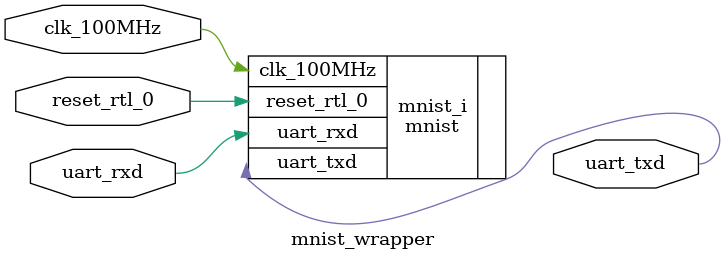
<source format=v>
`timescale 1 ps / 1 ps

module mnist_wrapper
   (clk_100MHz,
    reset_rtl_0,
    uart_rxd,
    uart_txd);
  input clk_100MHz;
  input reset_rtl_0;
  input uart_rxd;
  output uart_txd;

  wire clk_100MHz;
  wire reset_rtl_0;
  wire uart_rxd;
  wire uart_txd;

  mnist mnist_i
       (.clk_100MHz(clk_100MHz),
        .reset_rtl_0(reset_rtl_0),
        .uart_rxd(uart_rxd),
        .uart_txd(uart_txd));
endmodule

</source>
